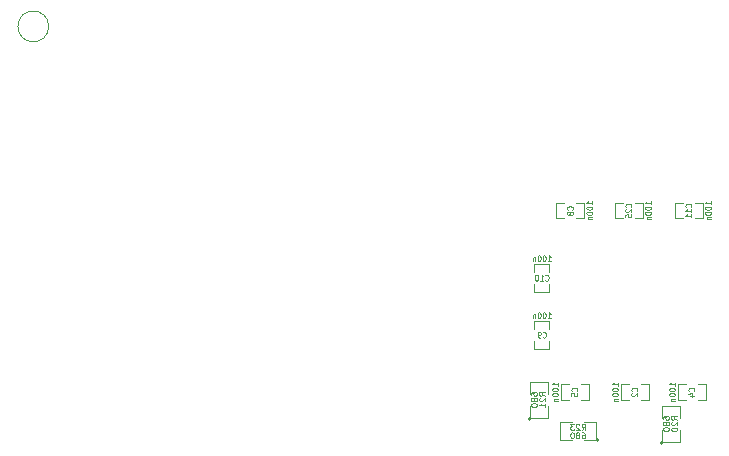
<source format=gbo>
%FSLAX34Y34*%
G04 Gerber Fmt 3.4, Leading zero omitted, Abs format*
G04 (created by PCBNEW (2014-05-13 BZR 4864)-product) date Mi 14 Mai 2014 11:17:40 CEST*
%MOIN*%
G01*
G70*
G90*
G04 APERTURE LIST*
%ADD10C,0.003937*%
%ADD11C,0.004700*%
%ADD12C,0.003900*%
%ADD13C,0.004500*%
%ADD14C,0.004300*%
G04 APERTURE END LIST*
G54D10*
G54D11*
X44126Y-42531D02*
X44401Y-42531D01*
X43732Y-42531D02*
X43457Y-42531D01*
X44126Y-43043D02*
X44401Y-43043D01*
X43457Y-43043D02*
X43732Y-43043D01*
X44401Y-43037D02*
X44401Y-42537D01*
X43457Y-42537D02*
X43457Y-43037D01*
X39682Y-36993D02*
X39407Y-36993D01*
X40076Y-36993D02*
X40351Y-36993D01*
X39682Y-36481D02*
X39407Y-36481D01*
X40351Y-36481D02*
X40076Y-36481D01*
X39407Y-36487D02*
X39407Y-36987D01*
X40351Y-36987D02*
X40351Y-36487D01*
X39185Y-41084D02*
X39185Y-41359D01*
X39185Y-40690D02*
X39185Y-40415D01*
X38673Y-41084D02*
X38673Y-41359D01*
X38673Y-40415D02*
X38673Y-40690D01*
X38679Y-41359D02*
X39179Y-41359D01*
X39179Y-40415D02*
X38679Y-40415D01*
X39185Y-39184D02*
X39185Y-39459D01*
X39185Y-38790D02*
X39185Y-38515D01*
X38673Y-39184D02*
X38673Y-39459D01*
X38673Y-38515D02*
X38673Y-38790D01*
X38679Y-39459D02*
X39179Y-39459D01*
X39179Y-38515D02*
X38679Y-38515D01*
X43632Y-36993D02*
X43357Y-36993D01*
X44026Y-36993D02*
X44301Y-36993D01*
X43632Y-36481D02*
X43357Y-36481D01*
X44301Y-36481D02*
X44026Y-36481D01*
X43357Y-36487D02*
X43357Y-36987D01*
X44301Y-36987D02*
X44301Y-36487D01*
G54D12*
X42979Y-44487D02*
G75*
G03X42979Y-44487I-50J0D01*
G74*
G01*
X42929Y-44037D02*
X42929Y-44437D01*
X42929Y-44437D02*
X43529Y-44437D01*
X43529Y-44437D02*
X43529Y-44037D01*
X43529Y-43637D02*
X43529Y-43237D01*
X43529Y-43237D02*
X42929Y-43237D01*
X42929Y-43237D02*
X42929Y-43637D01*
X38579Y-43687D02*
G75*
G03X38579Y-43687I-50J0D01*
G74*
G01*
X38529Y-43237D02*
X38529Y-43637D01*
X38529Y-43637D02*
X39129Y-43637D01*
X39129Y-43637D02*
X39129Y-43237D01*
X39129Y-42837D02*
X39129Y-42437D01*
X39129Y-42437D02*
X38529Y-42437D01*
X38529Y-42437D02*
X38529Y-42837D01*
X40829Y-44387D02*
G75*
G03X40829Y-44387I-50J0D01*
G74*
G01*
X40329Y-44387D02*
X40729Y-44387D01*
X40729Y-44387D02*
X40729Y-43787D01*
X40729Y-43787D02*
X40329Y-43787D01*
X39929Y-43787D02*
X39529Y-43787D01*
X39529Y-43787D02*
X39529Y-44387D01*
X39529Y-44387D02*
X39929Y-44387D01*
G54D11*
X42226Y-42531D02*
X42501Y-42531D01*
X41832Y-42531D02*
X41557Y-42531D01*
X42226Y-43043D02*
X42501Y-43043D01*
X41557Y-43043D02*
X41832Y-43043D01*
X42501Y-43037D02*
X42501Y-42537D01*
X41557Y-42537D02*
X41557Y-43037D01*
X40226Y-42531D02*
X40501Y-42531D01*
X39832Y-42531D02*
X39557Y-42531D01*
X40226Y-43043D02*
X40501Y-43043D01*
X39557Y-43043D02*
X39832Y-43043D01*
X40501Y-43037D02*
X40501Y-42537D01*
X39557Y-42537D02*
X39557Y-43037D01*
X41632Y-36993D02*
X41357Y-36993D01*
X42026Y-36993D02*
X42301Y-36993D01*
X41632Y-36481D02*
X41357Y-36481D01*
X42301Y-36481D02*
X42026Y-36481D01*
X41357Y-36487D02*
X41357Y-36987D01*
X42301Y-36987D02*
X42301Y-36487D01*
G54D10*
X22491Y-30599D02*
G75*
G03X22491Y-30599I-511J0D01*
G74*
G01*
G54D13*
X44000Y-42757D02*
X44010Y-42748D01*
X44020Y-42722D01*
X44020Y-42705D01*
X44010Y-42679D01*
X43991Y-42662D01*
X43972Y-42654D01*
X43934Y-42645D01*
X43905Y-42645D01*
X43867Y-42654D01*
X43848Y-42662D01*
X43829Y-42679D01*
X43820Y-42705D01*
X43820Y-42722D01*
X43829Y-42748D01*
X43839Y-42757D01*
X43886Y-42911D02*
X44020Y-42911D01*
X43810Y-42868D02*
X43953Y-42825D01*
X43953Y-42937D01*
X43370Y-42585D02*
X43370Y-42482D01*
X43370Y-42534D02*
X43170Y-42534D01*
X43198Y-42517D01*
X43217Y-42499D01*
X43227Y-42482D01*
X43170Y-42697D02*
X43170Y-42714D01*
X43179Y-42731D01*
X43189Y-42739D01*
X43208Y-42748D01*
X43246Y-42757D01*
X43293Y-42757D01*
X43331Y-42748D01*
X43350Y-42739D01*
X43360Y-42731D01*
X43370Y-42714D01*
X43370Y-42697D01*
X43360Y-42679D01*
X43350Y-42671D01*
X43331Y-42662D01*
X43293Y-42654D01*
X43246Y-42654D01*
X43208Y-42662D01*
X43189Y-42671D01*
X43179Y-42679D01*
X43170Y-42697D01*
X43170Y-42868D02*
X43170Y-42885D01*
X43179Y-42902D01*
X43189Y-42911D01*
X43208Y-42919D01*
X43246Y-42928D01*
X43293Y-42928D01*
X43331Y-42919D01*
X43350Y-42911D01*
X43360Y-42902D01*
X43370Y-42885D01*
X43370Y-42868D01*
X43360Y-42851D01*
X43350Y-42842D01*
X43331Y-42834D01*
X43293Y-42825D01*
X43246Y-42825D01*
X43208Y-42834D01*
X43189Y-42842D01*
X43179Y-42851D01*
X43170Y-42868D01*
X43236Y-43005D02*
X43370Y-43005D01*
X43255Y-43005D02*
X43246Y-43014D01*
X43236Y-43031D01*
X43236Y-43057D01*
X43246Y-43074D01*
X43265Y-43082D01*
X43370Y-43082D01*
X39950Y-36707D02*
X39960Y-36698D01*
X39970Y-36672D01*
X39970Y-36655D01*
X39960Y-36629D01*
X39941Y-36612D01*
X39922Y-36604D01*
X39884Y-36595D01*
X39855Y-36595D01*
X39817Y-36604D01*
X39798Y-36612D01*
X39779Y-36629D01*
X39770Y-36655D01*
X39770Y-36672D01*
X39779Y-36698D01*
X39789Y-36707D01*
X39855Y-36809D02*
X39846Y-36792D01*
X39836Y-36784D01*
X39817Y-36775D01*
X39808Y-36775D01*
X39789Y-36784D01*
X39779Y-36792D01*
X39770Y-36809D01*
X39770Y-36844D01*
X39779Y-36861D01*
X39789Y-36869D01*
X39808Y-36878D01*
X39817Y-36878D01*
X39836Y-36869D01*
X39846Y-36861D01*
X39855Y-36844D01*
X39855Y-36809D01*
X39865Y-36792D01*
X39874Y-36784D01*
X39893Y-36775D01*
X39931Y-36775D01*
X39950Y-36784D01*
X39960Y-36792D01*
X39970Y-36809D01*
X39970Y-36844D01*
X39960Y-36861D01*
X39950Y-36869D01*
X39931Y-36878D01*
X39893Y-36878D01*
X39874Y-36869D01*
X39865Y-36861D01*
X39855Y-36844D01*
X40620Y-36535D02*
X40620Y-36432D01*
X40620Y-36484D02*
X40420Y-36484D01*
X40448Y-36467D01*
X40467Y-36449D01*
X40477Y-36432D01*
X40420Y-36647D02*
X40420Y-36664D01*
X40429Y-36681D01*
X40439Y-36689D01*
X40458Y-36698D01*
X40496Y-36707D01*
X40543Y-36707D01*
X40581Y-36698D01*
X40600Y-36689D01*
X40610Y-36681D01*
X40620Y-36664D01*
X40620Y-36647D01*
X40610Y-36629D01*
X40600Y-36621D01*
X40581Y-36612D01*
X40543Y-36604D01*
X40496Y-36604D01*
X40458Y-36612D01*
X40439Y-36621D01*
X40429Y-36629D01*
X40420Y-36647D01*
X40420Y-36818D02*
X40420Y-36835D01*
X40429Y-36852D01*
X40439Y-36861D01*
X40458Y-36869D01*
X40496Y-36878D01*
X40543Y-36878D01*
X40581Y-36869D01*
X40600Y-36861D01*
X40610Y-36852D01*
X40620Y-36835D01*
X40620Y-36818D01*
X40610Y-36801D01*
X40600Y-36792D01*
X40581Y-36784D01*
X40543Y-36775D01*
X40496Y-36775D01*
X40458Y-36784D01*
X40439Y-36792D01*
X40429Y-36801D01*
X40420Y-36818D01*
X40486Y-36955D02*
X40620Y-36955D01*
X40505Y-36955D02*
X40496Y-36964D01*
X40486Y-36981D01*
X40486Y-37007D01*
X40496Y-37024D01*
X40515Y-37032D01*
X40620Y-37032D01*
X38959Y-40958D02*
X38968Y-40967D01*
X38993Y-40977D01*
X39010Y-40977D01*
X39036Y-40967D01*
X39053Y-40948D01*
X39062Y-40929D01*
X39070Y-40891D01*
X39070Y-40863D01*
X39062Y-40825D01*
X39053Y-40806D01*
X39036Y-40787D01*
X39010Y-40777D01*
X38993Y-40777D01*
X38968Y-40787D01*
X38959Y-40796D01*
X38873Y-40977D02*
X38839Y-40977D01*
X38822Y-40967D01*
X38813Y-40958D01*
X38796Y-40929D01*
X38788Y-40891D01*
X38788Y-40815D01*
X38796Y-40796D01*
X38805Y-40787D01*
X38822Y-40777D01*
X38856Y-40777D01*
X38873Y-40787D01*
X38882Y-40796D01*
X38890Y-40815D01*
X38890Y-40863D01*
X38882Y-40882D01*
X38873Y-40891D01*
X38856Y-40901D01*
X38822Y-40901D01*
X38805Y-40891D01*
X38796Y-40882D01*
X38788Y-40863D01*
X39130Y-40327D02*
X39233Y-40327D01*
X39182Y-40327D02*
X39182Y-40127D01*
X39199Y-40156D01*
X39216Y-40175D01*
X39233Y-40184D01*
X39019Y-40127D02*
X39002Y-40127D01*
X38985Y-40137D01*
X38976Y-40146D01*
X38968Y-40165D01*
X38959Y-40203D01*
X38959Y-40251D01*
X38968Y-40289D01*
X38976Y-40308D01*
X38985Y-40317D01*
X39002Y-40327D01*
X39019Y-40327D01*
X39036Y-40317D01*
X39045Y-40308D01*
X39053Y-40289D01*
X39062Y-40251D01*
X39062Y-40203D01*
X39053Y-40165D01*
X39045Y-40146D01*
X39036Y-40137D01*
X39019Y-40127D01*
X38848Y-40127D02*
X38830Y-40127D01*
X38813Y-40137D01*
X38805Y-40146D01*
X38796Y-40165D01*
X38788Y-40203D01*
X38788Y-40251D01*
X38796Y-40289D01*
X38805Y-40308D01*
X38813Y-40317D01*
X38830Y-40327D01*
X38848Y-40327D01*
X38865Y-40317D01*
X38873Y-40308D01*
X38882Y-40289D01*
X38890Y-40251D01*
X38890Y-40203D01*
X38882Y-40165D01*
X38873Y-40146D01*
X38865Y-40137D01*
X38848Y-40127D01*
X38710Y-40194D02*
X38710Y-40327D01*
X38710Y-40213D02*
X38702Y-40203D01*
X38685Y-40194D01*
X38659Y-40194D01*
X38642Y-40203D01*
X38633Y-40222D01*
X38633Y-40327D01*
X39045Y-39058D02*
X39053Y-39067D01*
X39079Y-39077D01*
X39096Y-39077D01*
X39122Y-39067D01*
X39139Y-39048D01*
X39148Y-39029D01*
X39156Y-38991D01*
X39156Y-38963D01*
X39148Y-38925D01*
X39139Y-38906D01*
X39122Y-38887D01*
X39096Y-38877D01*
X39079Y-38877D01*
X39053Y-38887D01*
X39045Y-38896D01*
X38873Y-39077D02*
X38976Y-39077D01*
X38925Y-39077D02*
X38925Y-38877D01*
X38942Y-38906D01*
X38959Y-38925D01*
X38976Y-38934D01*
X38762Y-38877D02*
X38745Y-38877D01*
X38728Y-38887D01*
X38719Y-38896D01*
X38710Y-38915D01*
X38702Y-38953D01*
X38702Y-39001D01*
X38710Y-39039D01*
X38719Y-39058D01*
X38728Y-39067D01*
X38745Y-39077D01*
X38762Y-39077D01*
X38779Y-39067D01*
X38788Y-39058D01*
X38796Y-39039D01*
X38805Y-39001D01*
X38805Y-38953D01*
X38796Y-38915D01*
X38788Y-38896D01*
X38779Y-38887D01*
X38762Y-38877D01*
X39130Y-38427D02*
X39233Y-38427D01*
X39182Y-38427D02*
X39182Y-38227D01*
X39199Y-38256D01*
X39216Y-38275D01*
X39233Y-38284D01*
X39019Y-38227D02*
X39002Y-38227D01*
X38985Y-38237D01*
X38976Y-38246D01*
X38968Y-38265D01*
X38959Y-38303D01*
X38959Y-38351D01*
X38968Y-38389D01*
X38976Y-38408D01*
X38985Y-38417D01*
X39002Y-38427D01*
X39019Y-38427D01*
X39036Y-38417D01*
X39045Y-38408D01*
X39053Y-38389D01*
X39062Y-38351D01*
X39062Y-38303D01*
X39053Y-38265D01*
X39045Y-38246D01*
X39036Y-38237D01*
X39019Y-38227D01*
X38848Y-38227D02*
X38830Y-38227D01*
X38813Y-38237D01*
X38805Y-38246D01*
X38796Y-38265D01*
X38788Y-38303D01*
X38788Y-38351D01*
X38796Y-38389D01*
X38805Y-38408D01*
X38813Y-38417D01*
X38830Y-38427D01*
X38848Y-38427D01*
X38865Y-38417D01*
X38873Y-38408D01*
X38882Y-38389D01*
X38890Y-38351D01*
X38890Y-38303D01*
X38882Y-38265D01*
X38873Y-38246D01*
X38865Y-38237D01*
X38848Y-38227D01*
X38710Y-38294D02*
X38710Y-38427D01*
X38710Y-38313D02*
X38702Y-38303D01*
X38685Y-38294D01*
X38659Y-38294D01*
X38642Y-38303D01*
X38633Y-38322D01*
X38633Y-38427D01*
X43900Y-36621D02*
X43910Y-36612D01*
X43920Y-36587D01*
X43920Y-36569D01*
X43910Y-36544D01*
X43891Y-36527D01*
X43872Y-36518D01*
X43834Y-36509D01*
X43805Y-36509D01*
X43767Y-36518D01*
X43748Y-36527D01*
X43729Y-36544D01*
X43720Y-36569D01*
X43720Y-36587D01*
X43729Y-36612D01*
X43739Y-36621D01*
X43920Y-36792D02*
X43920Y-36689D01*
X43920Y-36741D02*
X43720Y-36741D01*
X43748Y-36724D01*
X43767Y-36707D01*
X43777Y-36689D01*
X43920Y-36964D02*
X43920Y-36861D01*
X43920Y-36912D02*
X43720Y-36912D01*
X43748Y-36895D01*
X43767Y-36878D01*
X43777Y-36861D01*
X44570Y-36535D02*
X44570Y-36432D01*
X44570Y-36484D02*
X44370Y-36484D01*
X44398Y-36467D01*
X44417Y-36449D01*
X44427Y-36432D01*
X44370Y-36647D02*
X44370Y-36664D01*
X44379Y-36681D01*
X44389Y-36689D01*
X44408Y-36698D01*
X44446Y-36707D01*
X44493Y-36707D01*
X44531Y-36698D01*
X44550Y-36689D01*
X44560Y-36681D01*
X44570Y-36664D01*
X44570Y-36647D01*
X44560Y-36629D01*
X44550Y-36621D01*
X44531Y-36612D01*
X44493Y-36604D01*
X44446Y-36604D01*
X44408Y-36612D01*
X44389Y-36621D01*
X44379Y-36629D01*
X44370Y-36647D01*
X44370Y-36818D02*
X44370Y-36835D01*
X44379Y-36852D01*
X44389Y-36861D01*
X44408Y-36869D01*
X44446Y-36878D01*
X44493Y-36878D01*
X44531Y-36869D01*
X44550Y-36861D01*
X44560Y-36852D01*
X44570Y-36835D01*
X44570Y-36818D01*
X44560Y-36801D01*
X44550Y-36792D01*
X44531Y-36784D01*
X44493Y-36775D01*
X44446Y-36775D01*
X44408Y-36784D01*
X44389Y-36792D01*
X44379Y-36801D01*
X44370Y-36818D01*
X44436Y-36955D02*
X44570Y-36955D01*
X44455Y-36955D02*
X44446Y-36964D01*
X44436Y-36981D01*
X44436Y-37007D01*
X44446Y-37024D01*
X44465Y-37032D01*
X44570Y-37032D01*
G54D14*
X43443Y-43710D02*
X43349Y-43644D01*
X43443Y-43597D02*
X43246Y-43597D01*
X43246Y-43672D01*
X43256Y-43691D01*
X43265Y-43700D01*
X43284Y-43710D01*
X43312Y-43710D01*
X43331Y-43700D01*
X43340Y-43691D01*
X43349Y-43672D01*
X43349Y-43597D01*
X43265Y-43785D02*
X43256Y-43794D01*
X43246Y-43813D01*
X43246Y-43860D01*
X43256Y-43879D01*
X43265Y-43888D01*
X43284Y-43897D01*
X43302Y-43897D01*
X43331Y-43888D01*
X43443Y-43776D01*
X43443Y-43897D01*
X43246Y-44019D02*
X43246Y-44038D01*
X43256Y-44057D01*
X43265Y-44066D01*
X43284Y-44076D01*
X43321Y-44085D01*
X43368Y-44085D01*
X43406Y-44076D01*
X43424Y-44066D01*
X43434Y-44057D01*
X43443Y-44038D01*
X43443Y-44019D01*
X43434Y-44001D01*
X43424Y-43991D01*
X43406Y-43982D01*
X43368Y-43973D01*
X43321Y-43973D01*
X43284Y-43982D01*
X43265Y-43991D01*
X43256Y-44001D01*
X43246Y-44019D01*
X42971Y-43686D02*
X42971Y-43649D01*
X42981Y-43630D01*
X42990Y-43621D01*
X43018Y-43602D01*
X43056Y-43593D01*
X43131Y-43593D01*
X43149Y-43602D01*
X43159Y-43611D01*
X43168Y-43630D01*
X43168Y-43668D01*
X43159Y-43686D01*
X43149Y-43696D01*
X43131Y-43705D01*
X43084Y-43705D01*
X43065Y-43696D01*
X43056Y-43686D01*
X43046Y-43668D01*
X43046Y-43630D01*
X43056Y-43611D01*
X43065Y-43602D01*
X43084Y-43593D01*
X43056Y-43818D02*
X43046Y-43799D01*
X43037Y-43790D01*
X43018Y-43780D01*
X43009Y-43780D01*
X42990Y-43790D01*
X42981Y-43799D01*
X42971Y-43818D01*
X42971Y-43855D01*
X42981Y-43874D01*
X42990Y-43883D01*
X43009Y-43893D01*
X43018Y-43893D01*
X43037Y-43883D01*
X43046Y-43874D01*
X43056Y-43855D01*
X43056Y-43818D01*
X43065Y-43799D01*
X43074Y-43790D01*
X43093Y-43780D01*
X43131Y-43780D01*
X43149Y-43790D01*
X43159Y-43799D01*
X43168Y-43818D01*
X43168Y-43855D01*
X43159Y-43874D01*
X43149Y-43883D01*
X43131Y-43893D01*
X43093Y-43893D01*
X43074Y-43883D01*
X43065Y-43874D01*
X43056Y-43855D01*
X42971Y-44015D02*
X42971Y-44034D01*
X42981Y-44052D01*
X42990Y-44062D01*
X43009Y-44071D01*
X43046Y-44080D01*
X43093Y-44080D01*
X43131Y-44071D01*
X43149Y-44062D01*
X43159Y-44052D01*
X43168Y-44034D01*
X43168Y-44015D01*
X43159Y-43996D01*
X43149Y-43987D01*
X43131Y-43977D01*
X43093Y-43968D01*
X43046Y-43968D01*
X43009Y-43977D01*
X42990Y-43987D01*
X42981Y-43996D01*
X42971Y-44015D01*
X39043Y-42910D02*
X38949Y-42844D01*
X39043Y-42797D02*
X38846Y-42797D01*
X38846Y-42872D01*
X38856Y-42891D01*
X38865Y-42900D01*
X38884Y-42910D01*
X38912Y-42910D01*
X38931Y-42900D01*
X38940Y-42891D01*
X38949Y-42872D01*
X38949Y-42797D01*
X38865Y-42985D02*
X38856Y-42994D01*
X38846Y-43013D01*
X38846Y-43060D01*
X38856Y-43079D01*
X38865Y-43088D01*
X38884Y-43097D01*
X38902Y-43097D01*
X38931Y-43088D01*
X39043Y-42976D01*
X39043Y-43097D01*
X39043Y-43285D02*
X39043Y-43173D01*
X39043Y-43229D02*
X38846Y-43229D01*
X38874Y-43210D01*
X38893Y-43191D01*
X38902Y-43173D01*
X38571Y-42886D02*
X38571Y-42849D01*
X38581Y-42830D01*
X38590Y-42821D01*
X38618Y-42802D01*
X38656Y-42793D01*
X38731Y-42793D01*
X38749Y-42802D01*
X38759Y-42811D01*
X38768Y-42830D01*
X38768Y-42868D01*
X38759Y-42886D01*
X38749Y-42896D01*
X38731Y-42905D01*
X38684Y-42905D01*
X38665Y-42896D01*
X38656Y-42886D01*
X38646Y-42868D01*
X38646Y-42830D01*
X38656Y-42811D01*
X38665Y-42802D01*
X38684Y-42793D01*
X38656Y-43018D02*
X38646Y-42999D01*
X38637Y-42990D01*
X38618Y-42980D01*
X38609Y-42980D01*
X38590Y-42990D01*
X38581Y-42999D01*
X38571Y-43018D01*
X38571Y-43055D01*
X38581Y-43074D01*
X38590Y-43083D01*
X38609Y-43093D01*
X38618Y-43093D01*
X38637Y-43083D01*
X38646Y-43074D01*
X38656Y-43055D01*
X38656Y-43018D01*
X38665Y-42999D01*
X38674Y-42990D01*
X38693Y-42980D01*
X38731Y-42980D01*
X38749Y-42990D01*
X38759Y-42999D01*
X38768Y-43018D01*
X38768Y-43055D01*
X38759Y-43074D01*
X38749Y-43083D01*
X38731Y-43093D01*
X38693Y-43093D01*
X38674Y-43083D01*
X38665Y-43074D01*
X38656Y-43055D01*
X38571Y-43215D02*
X38571Y-43234D01*
X38581Y-43252D01*
X38590Y-43262D01*
X38609Y-43271D01*
X38646Y-43280D01*
X38693Y-43280D01*
X38731Y-43271D01*
X38749Y-43262D01*
X38759Y-43252D01*
X38768Y-43234D01*
X38768Y-43215D01*
X38759Y-43196D01*
X38749Y-43187D01*
X38731Y-43177D01*
X38693Y-43168D01*
X38646Y-43168D01*
X38609Y-43177D01*
X38590Y-43187D01*
X38581Y-43196D01*
X38571Y-43215D01*
X40256Y-44051D02*
X40321Y-43957D01*
X40368Y-44051D02*
X40368Y-43854D01*
X40293Y-43854D01*
X40274Y-43863D01*
X40265Y-43872D01*
X40256Y-43891D01*
X40256Y-43919D01*
X40265Y-43938D01*
X40274Y-43947D01*
X40293Y-43957D01*
X40368Y-43957D01*
X40181Y-43872D02*
X40171Y-43863D01*
X40152Y-43854D01*
X40106Y-43854D01*
X40087Y-43863D01*
X40077Y-43872D01*
X40068Y-43891D01*
X40068Y-43910D01*
X40077Y-43938D01*
X40190Y-44051D01*
X40068Y-44051D01*
X40002Y-43854D02*
X39880Y-43854D01*
X39946Y-43929D01*
X39918Y-43929D01*
X39899Y-43938D01*
X39890Y-43947D01*
X39880Y-43966D01*
X39880Y-44013D01*
X39890Y-44032D01*
X39899Y-44041D01*
X39918Y-44051D01*
X39974Y-44051D01*
X39993Y-44041D01*
X40002Y-44032D01*
X40279Y-44129D02*
X40317Y-44129D01*
X40335Y-44138D01*
X40345Y-44147D01*
X40364Y-44176D01*
X40373Y-44213D01*
X40373Y-44288D01*
X40364Y-44307D01*
X40354Y-44316D01*
X40335Y-44326D01*
X40298Y-44326D01*
X40279Y-44316D01*
X40270Y-44307D01*
X40260Y-44288D01*
X40260Y-44241D01*
X40270Y-44222D01*
X40279Y-44213D01*
X40298Y-44204D01*
X40335Y-44204D01*
X40354Y-44213D01*
X40364Y-44222D01*
X40373Y-44241D01*
X40148Y-44213D02*
X40167Y-44204D01*
X40176Y-44194D01*
X40185Y-44176D01*
X40185Y-44166D01*
X40176Y-44147D01*
X40167Y-44138D01*
X40148Y-44129D01*
X40110Y-44129D01*
X40092Y-44138D01*
X40082Y-44147D01*
X40073Y-44166D01*
X40073Y-44176D01*
X40082Y-44194D01*
X40092Y-44204D01*
X40110Y-44213D01*
X40148Y-44213D01*
X40167Y-44222D01*
X40176Y-44232D01*
X40185Y-44251D01*
X40185Y-44288D01*
X40176Y-44307D01*
X40167Y-44316D01*
X40148Y-44326D01*
X40110Y-44326D01*
X40092Y-44316D01*
X40082Y-44307D01*
X40073Y-44288D01*
X40073Y-44251D01*
X40082Y-44232D01*
X40092Y-44222D01*
X40110Y-44213D01*
X39951Y-44129D02*
X39932Y-44129D01*
X39913Y-44138D01*
X39904Y-44147D01*
X39895Y-44166D01*
X39885Y-44204D01*
X39885Y-44251D01*
X39895Y-44288D01*
X39904Y-44307D01*
X39913Y-44316D01*
X39932Y-44326D01*
X39951Y-44326D01*
X39970Y-44316D01*
X39979Y-44307D01*
X39988Y-44288D01*
X39998Y-44251D01*
X39998Y-44204D01*
X39988Y-44166D01*
X39979Y-44147D01*
X39970Y-44138D01*
X39951Y-44129D01*
G54D13*
X42100Y-42757D02*
X42110Y-42748D01*
X42120Y-42722D01*
X42120Y-42705D01*
X42110Y-42679D01*
X42091Y-42662D01*
X42072Y-42654D01*
X42034Y-42645D01*
X42005Y-42645D01*
X41967Y-42654D01*
X41948Y-42662D01*
X41929Y-42679D01*
X41920Y-42705D01*
X41920Y-42722D01*
X41929Y-42748D01*
X41939Y-42757D01*
X41939Y-42825D02*
X41929Y-42834D01*
X41920Y-42851D01*
X41920Y-42894D01*
X41929Y-42911D01*
X41939Y-42919D01*
X41958Y-42928D01*
X41977Y-42928D01*
X42005Y-42919D01*
X42120Y-42817D01*
X42120Y-42928D01*
X41470Y-42585D02*
X41470Y-42482D01*
X41470Y-42534D02*
X41270Y-42534D01*
X41298Y-42517D01*
X41317Y-42499D01*
X41327Y-42482D01*
X41270Y-42697D02*
X41270Y-42714D01*
X41279Y-42731D01*
X41289Y-42739D01*
X41308Y-42748D01*
X41346Y-42757D01*
X41393Y-42757D01*
X41431Y-42748D01*
X41450Y-42739D01*
X41460Y-42731D01*
X41470Y-42714D01*
X41470Y-42697D01*
X41460Y-42679D01*
X41450Y-42671D01*
X41431Y-42662D01*
X41393Y-42654D01*
X41346Y-42654D01*
X41308Y-42662D01*
X41289Y-42671D01*
X41279Y-42679D01*
X41270Y-42697D01*
X41270Y-42868D02*
X41270Y-42885D01*
X41279Y-42902D01*
X41289Y-42911D01*
X41308Y-42919D01*
X41346Y-42928D01*
X41393Y-42928D01*
X41431Y-42919D01*
X41450Y-42911D01*
X41460Y-42902D01*
X41470Y-42885D01*
X41470Y-42868D01*
X41460Y-42851D01*
X41450Y-42842D01*
X41431Y-42834D01*
X41393Y-42825D01*
X41346Y-42825D01*
X41308Y-42834D01*
X41289Y-42842D01*
X41279Y-42851D01*
X41270Y-42868D01*
X41336Y-43005D02*
X41470Y-43005D01*
X41355Y-43005D02*
X41346Y-43014D01*
X41336Y-43031D01*
X41336Y-43057D01*
X41346Y-43074D01*
X41365Y-43082D01*
X41470Y-43082D01*
X40100Y-42757D02*
X40110Y-42748D01*
X40120Y-42722D01*
X40120Y-42705D01*
X40110Y-42679D01*
X40091Y-42662D01*
X40072Y-42654D01*
X40034Y-42645D01*
X40005Y-42645D01*
X39967Y-42654D01*
X39948Y-42662D01*
X39929Y-42679D01*
X39920Y-42705D01*
X39920Y-42722D01*
X39929Y-42748D01*
X39939Y-42757D01*
X39920Y-42919D02*
X39920Y-42834D01*
X40015Y-42825D01*
X40005Y-42834D01*
X39996Y-42851D01*
X39996Y-42894D01*
X40005Y-42911D01*
X40015Y-42919D01*
X40034Y-42928D01*
X40081Y-42928D01*
X40100Y-42919D01*
X40110Y-42911D01*
X40120Y-42894D01*
X40120Y-42851D01*
X40110Y-42834D01*
X40100Y-42825D01*
X39470Y-42585D02*
X39470Y-42482D01*
X39470Y-42534D02*
X39270Y-42534D01*
X39298Y-42517D01*
X39317Y-42499D01*
X39327Y-42482D01*
X39270Y-42697D02*
X39270Y-42714D01*
X39279Y-42731D01*
X39289Y-42739D01*
X39308Y-42748D01*
X39346Y-42757D01*
X39393Y-42757D01*
X39431Y-42748D01*
X39450Y-42739D01*
X39460Y-42731D01*
X39470Y-42714D01*
X39470Y-42697D01*
X39460Y-42679D01*
X39450Y-42671D01*
X39431Y-42662D01*
X39393Y-42654D01*
X39346Y-42654D01*
X39308Y-42662D01*
X39289Y-42671D01*
X39279Y-42679D01*
X39270Y-42697D01*
X39270Y-42868D02*
X39270Y-42885D01*
X39279Y-42902D01*
X39289Y-42911D01*
X39308Y-42919D01*
X39346Y-42928D01*
X39393Y-42928D01*
X39431Y-42919D01*
X39450Y-42911D01*
X39460Y-42902D01*
X39470Y-42885D01*
X39470Y-42868D01*
X39460Y-42851D01*
X39450Y-42842D01*
X39431Y-42834D01*
X39393Y-42825D01*
X39346Y-42825D01*
X39308Y-42834D01*
X39289Y-42842D01*
X39279Y-42851D01*
X39270Y-42868D01*
X39336Y-43005D02*
X39470Y-43005D01*
X39355Y-43005D02*
X39346Y-43014D01*
X39336Y-43031D01*
X39336Y-43057D01*
X39346Y-43074D01*
X39365Y-43082D01*
X39470Y-43082D01*
X41900Y-36621D02*
X41910Y-36612D01*
X41920Y-36587D01*
X41920Y-36569D01*
X41910Y-36544D01*
X41891Y-36527D01*
X41872Y-36518D01*
X41834Y-36509D01*
X41805Y-36509D01*
X41767Y-36518D01*
X41748Y-36527D01*
X41729Y-36544D01*
X41720Y-36569D01*
X41720Y-36587D01*
X41729Y-36612D01*
X41739Y-36621D01*
X41739Y-36689D02*
X41729Y-36698D01*
X41720Y-36715D01*
X41720Y-36758D01*
X41729Y-36775D01*
X41739Y-36784D01*
X41758Y-36792D01*
X41777Y-36792D01*
X41805Y-36784D01*
X41920Y-36681D01*
X41920Y-36792D01*
X41720Y-36955D02*
X41720Y-36869D01*
X41815Y-36861D01*
X41805Y-36869D01*
X41796Y-36887D01*
X41796Y-36929D01*
X41805Y-36947D01*
X41815Y-36955D01*
X41834Y-36964D01*
X41881Y-36964D01*
X41900Y-36955D01*
X41910Y-36947D01*
X41920Y-36929D01*
X41920Y-36887D01*
X41910Y-36869D01*
X41900Y-36861D01*
X42570Y-36535D02*
X42570Y-36432D01*
X42570Y-36484D02*
X42370Y-36484D01*
X42398Y-36467D01*
X42417Y-36449D01*
X42427Y-36432D01*
X42370Y-36647D02*
X42370Y-36664D01*
X42379Y-36681D01*
X42389Y-36689D01*
X42408Y-36698D01*
X42446Y-36707D01*
X42493Y-36707D01*
X42531Y-36698D01*
X42550Y-36689D01*
X42560Y-36681D01*
X42570Y-36664D01*
X42570Y-36647D01*
X42560Y-36629D01*
X42550Y-36621D01*
X42531Y-36612D01*
X42493Y-36604D01*
X42446Y-36604D01*
X42408Y-36612D01*
X42389Y-36621D01*
X42379Y-36629D01*
X42370Y-36647D01*
X42370Y-36818D02*
X42370Y-36835D01*
X42379Y-36852D01*
X42389Y-36861D01*
X42408Y-36869D01*
X42446Y-36878D01*
X42493Y-36878D01*
X42531Y-36869D01*
X42550Y-36861D01*
X42560Y-36852D01*
X42570Y-36835D01*
X42570Y-36818D01*
X42560Y-36801D01*
X42550Y-36792D01*
X42531Y-36784D01*
X42493Y-36775D01*
X42446Y-36775D01*
X42408Y-36784D01*
X42389Y-36792D01*
X42379Y-36801D01*
X42370Y-36818D01*
X42436Y-36955D02*
X42570Y-36955D01*
X42455Y-36955D02*
X42446Y-36964D01*
X42436Y-36981D01*
X42436Y-37007D01*
X42446Y-37024D01*
X42465Y-37032D01*
X42570Y-37032D01*
M02*

</source>
